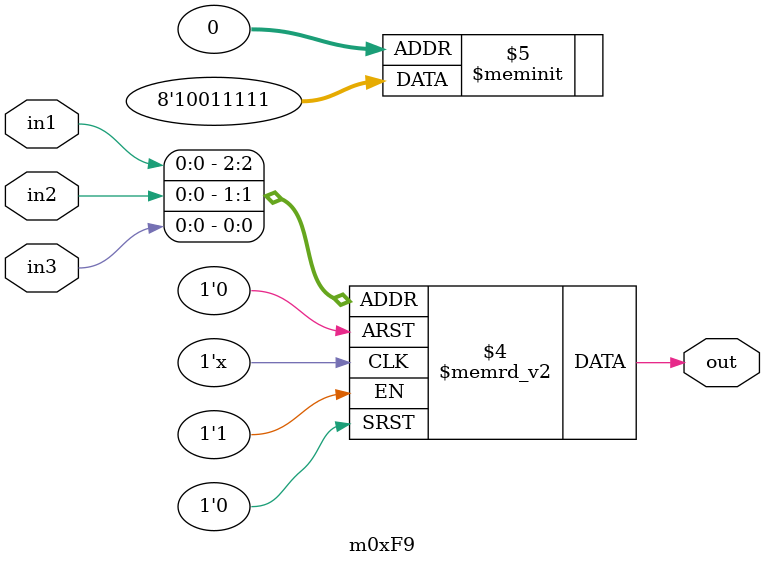
<source format=v>
module m0xF9(output out, input in1, in2, in3);

   always @(in1, in2, in3)
     begin
        case({in1, in2, in3})
          3'b000: {out} = 1'b1;
          3'b001: {out} = 1'b1;
          3'b010: {out} = 1'b1;
          3'b011: {out} = 1'b1;
          3'b100: {out} = 1'b1;
          3'b101: {out} = 1'b0;
          3'b110: {out} = 1'b0;
          3'b111: {out} = 1'b1;
        endcase // case ({in1, in2, in3})
     end // always @ (in1, in2, in3)

endmodule // m0xF9
</source>
